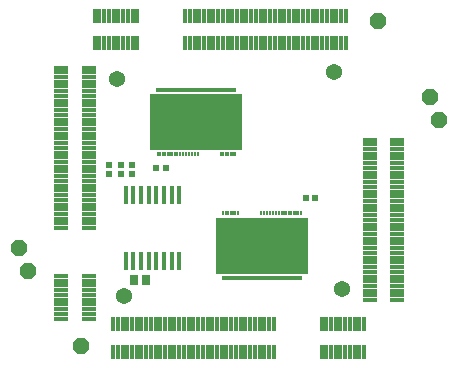
<source format=gbs>
G75*
%MOIN*%
%OFA0B0*%
%FSLAX24Y24*%
%IPPOS*%
%LPD*%
%AMOC8*
5,1,8,0,0,1.08239X$1,22.5*
%
%ADD10C,0.0540*%
%ADD11R,0.0210X0.0210*%
%ADD12OC8,0.0520*%
%ADD13R,0.3080X0.1880*%
%ADD14R,0.0060X0.0120*%
%ADD15R,0.0080X0.0120*%
%ADD16R,0.0177X0.0590*%
%ADD17R,0.0310X0.0340*%
%ADD18R,0.0489X0.0119*%
%ADD19R,0.0119X0.0489*%
D10*
X005650Y005410D03*
X005410Y012650D03*
X012650Y012890D03*
X012890Y005650D03*
D11*
X012005Y008670D03*
X011695Y008670D03*
X007025Y009670D03*
X006715Y009670D03*
X005910Y009785D03*
X005910Y009475D03*
X005530Y009475D03*
X005530Y009785D03*
X005150Y009785D03*
X005150Y009475D03*
D12*
X004210Y003730D03*
X002450Y006250D03*
X002150Y007010D03*
X014090Y014570D03*
X015850Y012050D03*
X016150Y011290D03*
D13*
X010250Y007090D03*
X008050Y011210D03*
D14*
X008030Y012290D03*
X007990Y012290D03*
X007950Y012290D03*
X007910Y012290D03*
X007870Y012290D03*
X007830Y012290D03*
X007790Y012290D03*
X007750Y012290D03*
X007710Y012290D03*
X007670Y012290D03*
X007630Y012290D03*
X007590Y012290D03*
X007550Y012290D03*
X007510Y012290D03*
X007470Y012290D03*
X007430Y012290D03*
X007390Y012290D03*
X007350Y012290D03*
X007310Y012290D03*
X007270Y012290D03*
X007230Y012290D03*
X007190Y012290D03*
X007150Y012290D03*
X007110Y012290D03*
X007070Y012290D03*
X007030Y012290D03*
X006990Y012290D03*
X006950Y012290D03*
X006910Y012290D03*
X006870Y012290D03*
X006830Y012290D03*
X006790Y012290D03*
X006750Y012290D03*
X008070Y012290D03*
X008110Y012290D03*
X008150Y012290D03*
X008190Y012290D03*
X008230Y012290D03*
X008270Y012290D03*
X008310Y012290D03*
X008350Y012290D03*
X008390Y012290D03*
X008430Y012290D03*
X008470Y012290D03*
X008510Y012290D03*
X008550Y012290D03*
X008590Y012290D03*
X008630Y012290D03*
X008670Y012290D03*
X008710Y012290D03*
X008750Y012290D03*
X008790Y012290D03*
X008830Y012290D03*
X008870Y012290D03*
X008910Y012290D03*
X008950Y012290D03*
X008990Y012290D03*
X009030Y012290D03*
X009070Y012290D03*
X009110Y012290D03*
X009150Y012290D03*
X009190Y012290D03*
X009230Y012290D03*
X009270Y012290D03*
X009310Y012290D03*
X009350Y012290D03*
X009350Y006010D03*
X009390Y006010D03*
X009430Y006010D03*
X009470Y006010D03*
X009510Y006010D03*
X009550Y006010D03*
X009590Y006010D03*
X009630Y006010D03*
X009670Y006010D03*
X009710Y006010D03*
X009750Y006010D03*
X009790Y006010D03*
X009830Y006010D03*
X009870Y006010D03*
X009910Y006010D03*
X009950Y006010D03*
X009990Y006010D03*
X010030Y006010D03*
X010070Y006010D03*
X010110Y006010D03*
X010150Y006010D03*
X010190Y006010D03*
X010230Y006010D03*
X010270Y006010D03*
X010310Y006010D03*
X010350Y006010D03*
X010390Y006010D03*
X010430Y006010D03*
X010470Y006010D03*
X010510Y006010D03*
X010550Y006010D03*
X010590Y006010D03*
X010630Y006010D03*
X010670Y006010D03*
X010710Y006010D03*
X010750Y006010D03*
X010790Y006010D03*
X010830Y006010D03*
X010870Y006010D03*
X010910Y006010D03*
X010950Y006010D03*
X010990Y006010D03*
X011030Y006010D03*
X011070Y006010D03*
X011110Y006010D03*
X011150Y006010D03*
X011190Y006010D03*
X011230Y006010D03*
X011270Y006010D03*
X011310Y006010D03*
X011350Y006010D03*
X011390Y006010D03*
X011430Y006010D03*
X011470Y006010D03*
X011510Y006010D03*
X011550Y006010D03*
X009310Y006010D03*
X009270Y006010D03*
X009230Y006010D03*
X009190Y006010D03*
X009150Y006010D03*
X009110Y006010D03*
X009070Y006010D03*
X009030Y006010D03*
X008990Y006010D03*
X008950Y006010D03*
D15*
X008950Y008170D03*
X009030Y008170D03*
X009110Y008170D03*
X009190Y008170D03*
X009270Y008170D03*
X009350Y008170D03*
X009430Y008170D03*
X010190Y008170D03*
X010290Y008170D03*
X010390Y008170D03*
X010490Y008170D03*
X010590Y008170D03*
X010690Y008170D03*
X010790Y008170D03*
X010890Y008170D03*
X010970Y008170D03*
X011050Y008170D03*
X011130Y008170D03*
X011210Y008170D03*
X011290Y008170D03*
X011370Y008170D03*
X011450Y008170D03*
X011530Y008170D03*
X009350Y010130D03*
X009270Y010130D03*
X009190Y010130D03*
X009110Y010130D03*
X009030Y010130D03*
X008950Y010130D03*
X008870Y010130D03*
X008110Y010130D03*
X008010Y010130D03*
X007910Y010130D03*
X007810Y010130D03*
X007710Y010130D03*
X007610Y010130D03*
X007510Y010130D03*
X007410Y010130D03*
X007330Y010130D03*
X007250Y010130D03*
X007170Y010130D03*
X007090Y010130D03*
X007010Y010130D03*
X006930Y010130D03*
X006850Y010130D03*
X006770Y010130D03*
D16*
X006717Y008782D03*
X006461Y008782D03*
X006205Y008782D03*
X005949Y008782D03*
X005694Y008782D03*
X006973Y008782D03*
X007229Y008782D03*
X007485Y008782D03*
X007485Y006562D03*
X007229Y006562D03*
X006973Y006562D03*
X006717Y006562D03*
X006461Y006562D03*
X006205Y006562D03*
X005949Y006562D03*
X005694Y006562D03*
D17*
X005960Y005930D03*
X006380Y005930D03*
D18*
X004471Y005921D03*
X004471Y005764D03*
X004471Y005606D03*
X004471Y005449D03*
X004471Y005291D03*
X004471Y005134D03*
X004471Y004976D03*
X004471Y004819D03*
X004471Y004661D03*
X003549Y004661D03*
X003549Y004819D03*
X003549Y004976D03*
X003549Y005134D03*
X003549Y005291D03*
X003549Y005449D03*
X003549Y005606D03*
X003549Y005764D03*
X003549Y005921D03*
X003549Y006079D03*
X004471Y006079D03*
X004471Y007673D03*
X004471Y007830D03*
X004471Y007988D03*
X004471Y008145D03*
X004471Y008303D03*
X004471Y008460D03*
X004471Y008618D03*
X004471Y008775D03*
X004471Y008933D03*
X004471Y009090D03*
X004471Y009248D03*
X004471Y009405D03*
X004471Y009563D03*
X004471Y009720D03*
X004471Y009878D03*
X004471Y010035D03*
X004471Y010193D03*
X004471Y010350D03*
X004471Y010507D03*
X004471Y010665D03*
X004471Y010822D03*
X004471Y010980D03*
X004471Y011137D03*
X004471Y011295D03*
X004471Y011452D03*
X004471Y011610D03*
X004471Y011767D03*
X004471Y011925D03*
X004471Y012082D03*
X004471Y012240D03*
X004471Y012397D03*
X004471Y012555D03*
X004471Y012712D03*
X004471Y012870D03*
X004471Y013027D03*
X003549Y013027D03*
X003549Y012870D03*
X003549Y012712D03*
X003549Y012555D03*
X003549Y012397D03*
X003549Y012240D03*
X003549Y012082D03*
X003549Y011925D03*
X003549Y011767D03*
X003549Y011610D03*
X003549Y011452D03*
X003549Y011295D03*
X003549Y011137D03*
X003549Y010980D03*
X003549Y010822D03*
X003549Y010665D03*
X003549Y010507D03*
X003549Y010350D03*
X003549Y010193D03*
X003549Y010035D03*
X003549Y009878D03*
X003549Y009720D03*
X003549Y009563D03*
X003549Y009405D03*
X003549Y009248D03*
X003549Y009090D03*
X003549Y008933D03*
X003549Y008775D03*
X003549Y008618D03*
X003549Y008460D03*
X003549Y008303D03*
X003549Y008145D03*
X003549Y007988D03*
X003549Y007830D03*
X003549Y007673D03*
X013829Y007635D03*
X013829Y007478D03*
X013829Y007320D03*
X013829Y007163D03*
X013829Y007005D03*
X013829Y006848D03*
X013829Y006690D03*
X013829Y006533D03*
X013829Y006375D03*
X013829Y006218D03*
X013829Y006060D03*
X013829Y005903D03*
X013829Y005745D03*
X013829Y005588D03*
X013829Y005430D03*
X013829Y005273D03*
X014751Y005273D03*
X014751Y005430D03*
X014751Y005588D03*
X014751Y005745D03*
X014751Y005903D03*
X014751Y006060D03*
X014751Y006218D03*
X014751Y006375D03*
X014751Y006533D03*
X014751Y006690D03*
X014751Y006848D03*
X014751Y007005D03*
X014751Y007163D03*
X014751Y007320D03*
X014751Y007478D03*
X014751Y007635D03*
X014751Y007793D03*
X014751Y007950D03*
X014751Y008107D03*
X014751Y008265D03*
X014751Y008422D03*
X014751Y008580D03*
X014751Y008737D03*
X014751Y008895D03*
X014751Y009052D03*
X014751Y009210D03*
X014751Y009367D03*
X014751Y009525D03*
X014751Y009682D03*
X014751Y009840D03*
X014751Y009997D03*
X014751Y010155D03*
X014751Y010312D03*
X014751Y010470D03*
X014751Y010627D03*
X013829Y010627D03*
X013829Y010470D03*
X013829Y010312D03*
X013829Y010155D03*
X013829Y009997D03*
X013829Y009840D03*
X013829Y009682D03*
X013829Y009525D03*
X013829Y009367D03*
X013829Y009210D03*
X013829Y009052D03*
X013829Y008895D03*
X013829Y008737D03*
X013829Y008580D03*
X013829Y008422D03*
X013829Y008265D03*
X013829Y008107D03*
X013829Y007950D03*
X013829Y007793D03*
D19*
X013639Y004471D03*
X013481Y004471D03*
X013324Y004471D03*
X013166Y004471D03*
X013009Y004471D03*
X012851Y004471D03*
X012694Y004471D03*
X012536Y004471D03*
X012379Y004471D03*
X012221Y004471D03*
X012221Y003549D03*
X012379Y003549D03*
X012536Y003549D03*
X012694Y003549D03*
X012851Y003549D03*
X013009Y003549D03*
X013166Y003549D03*
X013324Y003549D03*
X013481Y003549D03*
X013639Y003549D03*
X010627Y003549D03*
X010470Y003549D03*
X010312Y003549D03*
X010155Y003549D03*
X009997Y003549D03*
X009840Y003549D03*
X009682Y003549D03*
X009525Y003549D03*
X009367Y003549D03*
X009210Y003549D03*
X009052Y003549D03*
X008895Y003549D03*
X008737Y003549D03*
X008580Y003549D03*
X008422Y003549D03*
X008265Y003549D03*
X008107Y003549D03*
X007950Y003549D03*
X007793Y003549D03*
X007635Y003549D03*
X007478Y003549D03*
X007320Y003549D03*
X007163Y003549D03*
X007005Y003549D03*
X006848Y003549D03*
X006690Y003549D03*
X006533Y003549D03*
X006375Y003549D03*
X006218Y003549D03*
X006060Y003549D03*
X005903Y003549D03*
X005745Y003549D03*
X005588Y003549D03*
X005430Y003549D03*
X005273Y003549D03*
X005273Y004471D03*
X005430Y004471D03*
X005588Y004471D03*
X005745Y004471D03*
X005903Y004471D03*
X006060Y004471D03*
X006218Y004471D03*
X006375Y004471D03*
X006533Y004471D03*
X006690Y004471D03*
X006848Y004471D03*
X007005Y004471D03*
X007163Y004471D03*
X007320Y004471D03*
X007478Y004471D03*
X007635Y004471D03*
X007793Y004471D03*
X007950Y004471D03*
X008107Y004471D03*
X008265Y004471D03*
X008422Y004471D03*
X008580Y004471D03*
X008737Y004471D03*
X008895Y004471D03*
X009052Y004471D03*
X009210Y004471D03*
X009367Y004471D03*
X009525Y004471D03*
X009682Y004471D03*
X009840Y004471D03*
X009997Y004471D03*
X010155Y004471D03*
X010312Y004471D03*
X010470Y004471D03*
X010627Y004471D03*
X010665Y013829D03*
X010822Y013829D03*
X010980Y013829D03*
X011137Y013829D03*
X011295Y013829D03*
X011452Y013829D03*
X011610Y013829D03*
X011767Y013829D03*
X011925Y013829D03*
X012082Y013829D03*
X012240Y013829D03*
X012397Y013829D03*
X012555Y013829D03*
X012712Y013829D03*
X012870Y013829D03*
X013027Y013829D03*
X013027Y014751D03*
X012870Y014751D03*
X012712Y014751D03*
X012555Y014751D03*
X012397Y014751D03*
X012240Y014751D03*
X012082Y014751D03*
X011925Y014751D03*
X011767Y014751D03*
X011610Y014751D03*
X011452Y014751D03*
X011295Y014751D03*
X011137Y014751D03*
X010980Y014751D03*
X010822Y014751D03*
X010665Y014751D03*
X010507Y014751D03*
X010350Y014751D03*
X010193Y014751D03*
X010035Y014751D03*
X009878Y014751D03*
X009720Y014751D03*
X009563Y014751D03*
X009405Y014751D03*
X009248Y014751D03*
X009090Y014751D03*
X008933Y014751D03*
X008775Y014751D03*
X008618Y014751D03*
X008460Y014751D03*
X008303Y014751D03*
X008145Y014751D03*
X007988Y014751D03*
X007830Y014751D03*
X007673Y014751D03*
X007673Y013829D03*
X007830Y013829D03*
X007988Y013829D03*
X008145Y013829D03*
X008303Y013829D03*
X008460Y013829D03*
X008618Y013829D03*
X008775Y013829D03*
X008933Y013829D03*
X009090Y013829D03*
X009248Y013829D03*
X009405Y013829D03*
X009563Y013829D03*
X009720Y013829D03*
X009878Y013829D03*
X010035Y013829D03*
X010193Y013829D03*
X010350Y013829D03*
X010507Y013829D03*
X006079Y013829D03*
X005921Y013829D03*
X005764Y013829D03*
X005606Y013829D03*
X005449Y013829D03*
X005291Y013829D03*
X005134Y013829D03*
X004976Y013829D03*
X004819Y013829D03*
X004661Y013829D03*
X004661Y014751D03*
X004819Y014751D03*
X004976Y014751D03*
X005134Y014751D03*
X005291Y014751D03*
X005449Y014751D03*
X005606Y014751D03*
X005764Y014751D03*
X005921Y014751D03*
X006079Y014751D03*
M02*

</source>
